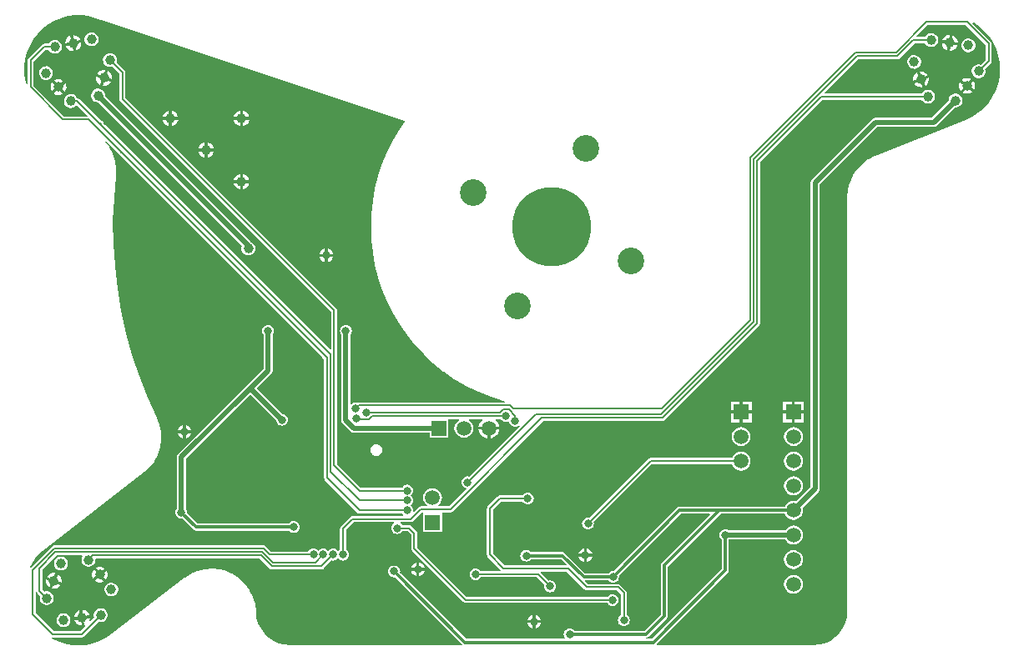
<source format=gbl>
G04 Layer_Physical_Order=2*
G04 Layer_Color=16711680*
%FSLAX44Y44*%
%MOMM*%
G71*
G01*
G75*
%ADD24C,0.2000*%
%ADD26C,0.5000*%
%ADD28C,0.3000*%
%ADD29C,8.0000*%
%ADD30C,2.7000*%
%ADD31C,1.0000*%
%ADD32C,1.5000*%
%ADD33R,1.5000X1.5000*%
%ADD34R,1.5000X1.5000*%
%ADD35C,0.8000*%
G36*
X100882Y505793D02*
X100924Y505579D01*
X101587Y504587D01*
X102579Y503924D01*
X102793Y503882D01*
X309941Y296733D01*
Y175858D01*
X309941Y175858D01*
X310174Y174687D01*
X310837Y173695D01*
X343695Y140837D01*
X343695Y140837D01*
X344687Y140174D01*
X345858Y139941D01*
X388784D01*
X389721Y138721D01*
X390258Y138309D01*
X389918Y137309D01*
X338750D01*
X337579Y137076D01*
X336587Y136413D01*
X336587Y136413D01*
X326837Y126663D01*
X326174Y125671D01*
X325941Y124500D01*
X325941Y124500D01*
Y103216D01*
X324721Y102279D01*
X324500Y101992D01*
X323500D01*
X323279Y102279D01*
X322026Y103241D01*
X320566Y103846D01*
X319000Y104052D01*
X317434Y103846D01*
X315974Y103241D01*
X314721Y102279D01*
X314500Y101992D01*
X313500D01*
X313279Y102279D01*
X312026Y103241D01*
X310566Y103846D01*
X309000Y104052D01*
X307434Y103846D01*
X305974Y103241D01*
X304721Y102279D01*
X304500Y101992D01*
X303500D01*
X303279Y102279D01*
X302026Y103241D01*
X300566Y103846D01*
X299000Y104052D01*
X297434Y103846D01*
X295974Y103241D01*
X294721Y102279D01*
X293784Y101059D01*
X256217D01*
X250935Y106341D01*
X249942Y107004D01*
X248772Y107237D01*
X248772Y107237D01*
X35907D01*
X35907Y107237D01*
X34737Y107004D01*
X33744Y106341D01*
X33744Y106341D01*
X12561Y85157D01*
X11736Y85747D01*
X13040Y88405D01*
X17025Y94398D01*
X21759Y99820D01*
X27282Y104685D01*
X127235Y181733D01*
X127376Y181894D01*
X127560Y182005D01*
X132585Y186613D01*
X132837Y186957D01*
X133159Y187236D01*
X137329Y192631D01*
X137519Y193012D01*
X137788Y193342D01*
X140981Y199366D01*
X141103Y199774D01*
X141313Y200145D01*
X143436Y206624D01*
X143488Y207047D01*
X143631Y207449D01*
X144623Y214194D01*
X144602Y214620D01*
X144675Y215039D01*
X144508Y221855D01*
X144414Y222271D01*
X144415Y222697D01*
X143092Y229386D01*
X142930Y229780D01*
X142858Y230200D01*
X140419Y236566D01*
X140339Y236693D01*
X140305Y236839D01*
X130780Y257864D01*
X122399Y279231D01*
X115130Y301003D01*
X108994Y323120D01*
X104006Y345525D01*
X100180Y368157D01*
X97525Y390956D01*
X96050Y413862D01*
X95758Y436813D01*
X96650Y459748D01*
X98734Y482735D01*
X98718Y482884D01*
X98752Y483030D01*
X98963Y489845D01*
X98892Y490265D01*
X98917Y490691D01*
X97967Y497442D01*
X97826Y497844D01*
X97778Y498268D01*
X95695Y504760D01*
X95488Y505132D01*
X95369Y505541D01*
X92214Y511586D01*
X91946Y511917D01*
X91759Y512300D01*
X87894Y517366D01*
X88649Y518026D01*
X100882Y505793D01*
D02*
G37*
G36*
X71187Y645022D02*
X78307Y643156D01*
X391509Y538755D01*
X391825Y537806D01*
X386631Y530325D01*
X386601Y530257D01*
X386552Y530202D01*
X379936Y519052D01*
X379912Y518983D01*
X379866Y518924D01*
X374063Y507331D01*
X374043Y507259D01*
X374002Y507198D01*
X369041Y495220D01*
X369026Y495148D01*
X368990Y495084D01*
X364896Y482782D01*
X364886Y482709D01*
X364855Y482642D01*
X361648Y470080D01*
X361644Y470006D01*
X361617Y469938D01*
X359315Y457178D01*
X359317Y457105D01*
X359295Y457034D01*
X357909Y444143D01*
X357915Y444070D01*
X357898Y443998D01*
X357435Y431041D01*
X357447Y430968D01*
X357435Y430896D01*
X357898Y417939D01*
X357915Y417867D01*
X357909Y417794D01*
X359295Y404903D01*
X359317Y404832D01*
X359315Y404758D01*
X361617Y391999D01*
X361644Y391931D01*
X361648Y391857D01*
X364855Y379295D01*
X364886Y379228D01*
X364896Y379155D01*
X368990Y366853D01*
X369026Y366789D01*
X369041Y366717D01*
X374002Y354739D01*
X374043Y354677D01*
X374063Y354606D01*
X379866Y343012D01*
X379911Y342954D01*
X379936Y342885D01*
X386552Y331734D01*
X386601Y331680D01*
X386631Y331612D01*
X394025Y320962D01*
X394078Y320911D01*
X394112Y320846D01*
X402247Y310750D01*
X402304Y310703D01*
X402343Y310640D01*
X411177Y301151D01*
X411237Y301108D01*
X411280Y301048D01*
X420770Y292214D01*
X420832Y292175D01*
X420880Y292118D01*
X430975Y283983D01*
X431040Y283949D01*
X431091Y283896D01*
X441741Y276501D01*
X441809Y276472D01*
X441864Y276423D01*
X453014Y269807D01*
X453083Y269783D01*
X453142Y269737D01*
X464735Y263934D01*
X464807Y263914D01*
X464868Y263873D01*
X476846Y258912D01*
X476918Y258897D01*
X476982Y258861D01*
X489284Y254767D01*
X489357Y254757D01*
X489424Y254725D01*
X493509Y253683D01*
X493384Y252691D01*
X344882D01*
X344882Y252691D01*
X343711Y252458D01*
X343456Y252288D01*
X343316Y252346D01*
X341750Y252552D01*
X340184Y252346D01*
X338724Y251741D01*
X337588Y250869D01*
X336588Y251098D01*
Y321623D01*
X337241Y322474D01*
X337846Y323934D01*
X338052Y325500D01*
X337846Y327066D01*
X337241Y328526D01*
X336279Y329779D01*
X335026Y330741D01*
X333566Y331346D01*
X332000Y331552D01*
X330434Y331346D01*
X328974Y330741D01*
X327721Y329779D01*
X326759Y328526D01*
X326154Y327066D01*
X325948Y325500D01*
X326154Y323934D01*
X326759Y322474D01*
X327412Y321623D01*
Y234804D01*
X327761Y233049D01*
X328756Y231560D01*
X337060Y223256D01*
X338549Y222261D01*
X340304Y221912D01*
X416700D01*
Y217000D01*
X435700D01*
Y235723D01*
X446625D01*
X446697Y235363D01*
X446710Y234722D01*
X444825Y233275D01*
X443302Y231291D01*
X442345Y228980D01*
X442018Y226500D01*
X442345Y224020D01*
X443302Y221709D01*
X444825Y219725D01*
X446809Y218202D01*
X449120Y217244D01*
X451600Y216918D01*
X454080Y217244D01*
X456391Y218202D01*
X458376Y219725D01*
X459898Y221709D01*
X460855Y224020D01*
X461182Y226500D01*
X460855Y228980D01*
X459898Y231291D01*
X458376Y233275D01*
X456490Y234722D01*
X456503Y235363D01*
X456575Y235723D01*
X470128D01*
X470468Y234722D01*
X469511Y233989D01*
X467828Y231795D01*
X466770Y229241D01*
X466607Y228000D01*
X487393D01*
X487230Y229241D01*
X486172Y231795D01*
X484489Y233989D01*
X483532Y234722D01*
X483872Y235723D01*
X489086D01*
X490022Y234502D01*
X491276Y233540D01*
X492735Y232936D01*
X494302Y232729D01*
X495868Y232936D01*
X496833Y233336D01*
X497910Y232817D01*
X497957Y232465D01*
X498561Y231005D01*
X499523Y229752D01*
X500776Y228790D01*
X502236Y228186D01*
X503802Y227979D01*
X505368Y228186D01*
X506828Y228790D01*
X507783Y229523D01*
X508444Y228769D01*
X457025Y177351D01*
X455500Y177552D01*
X453934Y177346D01*
X452474Y176741D01*
X451221Y175779D01*
X450259Y174526D01*
X449655Y173066D01*
X449448Y171500D01*
X449655Y169934D01*
X450259Y168474D01*
X451221Y167221D01*
X452474Y166259D01*
X453849Y165690D01*
X454182Y164989D01*
X454278Y164704D01*
X436632Y147059D01*
X425596D01*
X425256Y148059D01*
X426775Y149225D01*
X428298Y151209D01*
X429255Y153520D01*
X429582Y156000D01*
X429255Y158480D01*
X428298Y160791D01*
X426775Y162775D01*
X424791Y164298D01*
X422480Y165255D01*
X420000Y165582D01*
X417520Y165255D01*
X415209Y164298D01*
X413224Y162775D01*
X411702Y160791D01*
X410745Y158480D01*
X410418Y156000D01*
X410745Y153520D01*
X411702Y151209D01*
X413224Y149225D01*
X414744Y148059D01*
X414404Y147059D01*
X407750D01*
X406580Y146826D01*
X405587Y146163D01*
X405587Y146163D01*
X400854Y141429D01*
X399907Y141896D01*
X400052Y143000D01*
X399846Y144566D01*
X399241Y146026D01*
X398279Y147279D01*
X397992Y147500D01*
Y148500D01*
X398279Y148721D01*
X399241Y149974D01*
X399846Y151434D01*
X400052Y153000D01*
X399846Y154566D01*
X399241Y156026D01*
X398279Y157279D01*
X397992Y157500D01*
Y158500D01*
X398279Y158721D01*
X399241Y159974D01*
X399846Y161434D01*
X400052Y163000D01*
X399846Y164566D01*
X399241Y166026D01*
X398279Y167279D01*
X397026Y168241D01*
X395566Y168846D01*
X394000Y169052D01*
X392434Y168846D01*
X390974Y168241D01*
X389721Y167279D01*
X388784Y166059D01*
X347125D01*
X323059Y190125D01*
Y346000D01*
X323059Y346000D01*
X322826Y347170D01*
X322163Y348163D01*
X322163Y348163D01*
X108201Y562125D01*
Y587879D01*
X108201Y587879D01*
X107968Y589050D01*
X107305Y590042D01*
X107305Y590042D01*
X99269Y598079D01*
X99312Y598168D01*
X99663Y599977D01*
X99534Y601816D01*
X98933Y603558D01*
X97902Y605086D01*
X96511Y606295D01*
X94854Y607102D01*
X93045Y607453D01*
X91206Y607324D01*
X89463Y606724D01*
X87936Y605692D01*
X86727Y604301D01*
X85919Y602644D01*
X85568Y600835D01*
X85697Y598996D01*
X86298Y597254D01*
X87329Y595726D01*
X88720Y594517D01*
X90377Y593710D01*
X92187Y593359D01*
X94025Y593488D01*
X94905Y593791D01*
X102083Y586612D01*
Y560858D01*
X102083Y560858D01*
X102316Y559687D01*
X102979Y558695D01*
X316941Y344733D01*
Y306762D01*
X316017Y306380D01*
X86431Y535966D01*
X86469Y536161D01*
X86236Y537331D01*
X85574Y538323D01*
X84581Y538987D01*
X83411Y539219D01*
X83177D01*
X61519Y560877D01*
X60527Y561541D01*
X59356Y561773D01*
X59356Y561773D01*
X59328D01*
X59293Y561874D01*
X58260Y563400D01*
X56867Y564608D01*
X55210Y565413D01*
X53400Y565762D01*
X51561Y565631D01*
X49820Y565029D01*
X48293Y563996D01*
X47086Y562603D01*
X46280Y560946D01*
X45931Y559136D01*
X46062Y557297D01*
X46665Y555555D01*
X47698Y554029D01*
X49090Y552822D01*
X50748Y552016D01*
X52558Y551667D01*
X54396Y551798D01*
X56138Y552401D01*
X57665Y553433D01*
X58237Y554094D01*
X59603Y554142D01*
X69684Y544062D01*
X69301Y543138D01*
X46188D01*
X15059Y574267D01*
Y598733D01*
X27144Y610818D01*
X30326D01*
X30360Y610719D01*
X31392Y609192D01*
X32785Y607985D01*
X34442Y607179D01*
X36252Y606829D01*
X38091Y606960D01*
X39833Y607562D01*
X41359Y608595D01*
X42567Y609987D01*
X43373Y611645D01*
X43723Y613454D01*
X43592Y615293D01*
X42990Y617035D01*
X41957Y618562D01*
X40565Y619769D01*
X38907Y620575D01*
X37097Y620925D01*
X35259Y620794D01*
X33517Y620192D01*
X31990Y619159D01*
X30783Y617767D01*
X30378Y616936D01*
X25877D01*
X25877Y616936D01*
X24706Y616703D01*
X23714Y616040D01*
X9837Y602163D01*
X9174Y601171D01*
X8941Y600000D01*
X8941Y600000D01*
Y576105D01*
X7941Y575970D01*
X6846Y579969D01*
X5867Y587100D01*
X5828Y594296D01*
X6728Y601437D01*
X8553Y608399D01*
X11270Y615063D01*
X14834Y621316D01*
X19184Y627050D01*
X24245Y632167D01*
X29931Y636579D01*
X36144Y640212D01*
X42778Y643003D01*
X49720Y644904D01*
X56850Y645882D01*
X64047Y645922D01*
X71187Y645022D01*
D02*
G37*
G36*
X968839Y638311D02*
X974774Y634239D01*
X980127Y629428D01*
X984806Y623960D01*
X988731Y617927D01*
X991836Y611434D01*
X994066Y604591D01*
X995384Y597516D01*
X995767Y590329D01*
X995209Y583154D01*
X993718Y576113D01*
X991322Y569326D01*
X988060Y562910D01*
X983989Y556976D01*
X979178Y551623D01*
X973710Y546944D01*
X967678Y543019D01*
X961037Y539844D01*
X869049Y503049D01*
X868870Y502932D01*
X868664Y502875D01*
X862594Y499826D01*
X862259Y499565D01*
X861874Y499384D01*
X856407Y495352D01*
X856122Y495038D01*
X855773Y494795D01*
X851068Y489895D01*
X850839Y489537D01*
X850537Y489239D01*
X846728Y483614D01*
X846563Y483222D01*
X846316Y482877D01*
X843515Y476688D01*
X843418Y476275D01*
X843233Y475893D01*
X841519Y469319D01*
X841494Y468895D01*
X841376Y468488D01*
X840799Y461718D01*
X840823Y461506D01*
X840781Y461297D01*
Y41217D01*
X840231Y34920D01*
X838651Y29025D01*
X836072Y23494D01*
X832571Y18494D01*
X828256Y14179D01*
X823256Y10678D01*
X817725Y8099D01*
X811830Y6519D01*
X805533Y5968D01*
X647429D01*
X647015Y6968D01*
X719523Y79477D01*
X720297Y80634D01*
X720569Y82000D01*
Y113175D01*
X720877Y113412D01*
X777618D01*
X777702Y113209D01*
X779225Y111224D01*
X781209Y109702D01*
X783520Y108744D01*
X786000Y108418D01*
X788480Y108744D01*
X790791Y109702D01*
X792775Y111224D01*
X794298Y113209D01*
X795256Y115520D01*
X795582Y118000D01*
X795256Y120480D01*
X794298Y122791D01*
X792775Y124775D01*
X790791Y126298D01*
X788480Y127255D01*
X786000Y127582D01*
X783520Y127255D01*
X781209Y126298D01*
X779225Y124775D01*
X777702Y122791D01*
X777618Y122588D01*
X720877D01*
X720026Y123241D01*
X718566Y123846D01*
X717000Y124052D01*
X715434Y123846D01*
X713974Y123241D01*
X712721Y122279D01*
X711759Y121026D01*
X711154Y119566D01*
X710948Y118000D01*
X711154Y116434D01*
X711759Y114974D01*
X712721Y113721D01*
X713431Y113175D01*
Y83478D01*
X642522Y12569D01*
X636788D01*
X636689Y13569D01*
X637366Y13703D01*
X638523Y14477D01*
X657523Y33477D01*
X658297Y34634D01*
X658569Y36000D01*
Y85522D01*
X712478Y139431D01*
X777195D01*
X777702Y138209D01*
X779225Y136224D01*
X781209Y134702D01*
X783520Y133744D01*
X786000Y133418D01*
X788480Y133744D01*
X790791Y134702D01*
X792775Y136224D01*
X794298Y138209D01*
X795256Y140520D01*
X795582Y143000D01*
X795256Y145480D01*
X795171Y145683D01*
X811244Y161756D01*
X812239Y163244D01*
X812588Y165000D01*
Y474100D01*
X870900Y532412D01*
X928181D01*
X929937Y532761D01*
X931425Y533756D01*
X949900Y552231D01*
X951241Y552214D01*
X953027Y552669D01*
X954634Y553571D01*
X955954Y554858D01*
X956895Y556443D01*
X957394Y558217D01*
X957417Y560060D01*
X956962Y561846D01*
X956060Y563454D01*
X954773Y564773D01*
X953188Y565714D01*
X951413Y566213D01*
X949570Y566236D01*
X947785Y565781D01*
X946177Y564879D01*
X944858Y563592D01*
X943917Y562007D01*
X943418Y560233D01*
X943399Y558707D01*
X926280Y541588D01*
X869000D01*
X867244Y541239D01*
X865756Y540244D01*
X804756Y479244D01*
X803761Y477756D01*
X803412Y476000D01*
Y166901D01*
X788683Y152171D01*
X788480Y152255D01*
X786000Y152582D01*
X783520Y152255D01*
X781209Y151298D01*
X779225Y149775D01*
X777702Y147791D01*
X777195Y146569D01*
X670500D01*
X669134Y146297D01*
X667977Y145523D01*
X603888Y81435D01*
X603000Y81552D01*
X601434Y81346D01*
X599974Y80741D01*
X598721Y79779D01*
X598176Y79068D01*
X574978D01*
X554523Y99523D01*
X553366Y100297D01*
X552000Y100569D01*
X519825D01*
X519279Y101279D01*
X518026Y102241D01*
X516566Y102845D01*
X515000Y103052D01*
X513434Y102845D01*
X511974Y102241D01*
X510721Y101279D01*
X509759Y100026D01*
X509155Y98566D01*
X508948Y97000D01*
X509155Y95434D01*
X509759Y93974D01*
X510721Y92721D01*
X511974Y91759D01*
X513434Y91154D01*
X515000Y90948D01*
X516566Y91154D01*
X518026Y91759D01*
X519279Y92721D01*
X519825Y93431D01*
X550522D01*
X555971Y87983D01*
X555588Y87059D01*
X493267D01*
X481059Y99267D01*
Y143733D01*
X489267Y151941D01*
X511284D01*
X512221Y150721D01*
X513474Y149759D01*
X514934Y149154D01*
X516500Y148948D01*
X518066Y149154D01*
X519526Y149759D01*
X520779Y150721D01*
X521741Y151974D01*
X522346Y153434D01*
X522552Y155000D01*
X522346Y156566D01*
X521741Y158026D01*
X520779Y159279D01*
X519526Y160241D01*
X518066Y160846D01*
X516500Y161052D01*
X514934Y160846D01*
X513474Y160241D01*
X512221Y159279D01*
X511284Y158059D01*
X488000D01*
X486829Y157826D01*
X485837Y157163D01*
X485837Y157163D01*
X475837Y147163D01*
X475174Y146171D01*
X474941Y145000D01*
X474941Y145000D01*
Y98000D01*
X474941Y98000D01*
X475174Y96829D01*
X475837Y95837D01*
X489366Y82309D01*
X488951Y81309D01*
X468716D01*
X467779Y82529D01*
X466526Y83491D01*
X465066Y84095D01*
X463500Y84302D01*
X461934Y84095D01*
X460474Y83491D01*
X459221Y82529D01*
X458259Y81276D01*
X457654Y79816D01*
X457448Y78250D01*
X457654Y76684D01*
X458259Y75224D01*
X459221Y73971D01*
X460474Y73009D01*
X461934Y72404D01*
X463500Y72198D01*
X465066Y72404D01*
X466526Y73009D01*
X467779Y73971D01*
X468716Y75191D01*
X525483D01*
X533399Y67275D01*
X533198Y65750D01*
X533404Y64184D01*
X534009Y62724D01*
X534971Y61471D01*
X536224Y60509D01*
X537684Y59904D01*
X539250Y59698D01*
X540816Y59904D01*
X542276Y60509D01*
X543529Y61471D01*
X544491Y62724D01*
X545096Y64184D01*
X545302Y65750D01*
X545096Y67316D01*
X544491Y68776D01*
X543529Y70029D01*
X542276Y70991D01*
X540816Y71596D01*
X539250Y71802D01*
X537725Y71601D01*
X529384Y79941D01*
X529799Y80941D01*
X555983D01*
X574087Y62837D01*
X574087Y62837D01*
X575079Y62174D01*
X576250Y61941D01*
X576250Y61941D01*
X606983D01*
X610941Y57983D01*
Y36466D01*
X609721Y35529D01*
X608759Y34276D01*
X608154Y32816D01*
X607948Y31250D01*
X608154Y29684D01*
X608759Y28224D01*
X609721Y26971D01*
X610974Y26009D01*
X612434Y25404D01*
X614000Y25198D01*
X615566Y25404D01*
X617026Y26009D01*
X618279Y26971D01*
X619241Y28224D01*
X619846Y29684D01*
X620052Y31250D01*
X619846Y32816D01*
X619241Y34276D01*
X618279Y35529D01*
X617059Y36466D01*
Y59250D01*
X617059Y59250D01*
X616826Y60420D01*
X616163Y61413D01*
X610413Y67163D01*
X609421Y67826D01*
X608250Y68059D01*
X608250Y68059D01*
X577517D01*
X574568Y71007D01*
X574951Y71931D01*
X598176D01*
X598721Y71221D01*
X599974Y70259D01*
X601434Y69654D01*
X603000Y69448D01*
X604566Y69654D01*
X606026Y70259D01*
X607279Y71221D01*
X608241Y72474D01*
X608846Y73934D01*
X609052Y75500D01*
X608935Y76388D01*
X671978Y139431D01*
X701078D01*
X701461Y138507D01*
X652477Y89523D01*
X651703Y88366D01*
X651431Y87000D01*
Y37478D01*
X634522Y20569D01*
X563825D01*
X563279Y21279D01*
X562026Y22241D01*
X560566Y22845D01*
X559000Y23052D01*
X557434Y22845D01*
X555974Y22241D01*
X554721Y21279D01*
X553759Y20026D01*
X553154Y18566D01*
X552948Y17000D01*
X553154Y15434D01*
X553759Y13974D01*
X554070Y13569D01*
X553577Y12569D01*
X454478D01*
X386935Y80112D01*
X387052Y81000D01*
X386846Y82566D01*
X386241Y84026D01*
X385279Y85279D01*
X384026Y86241D01*
X382566Y86846D01*
X381000Y87052D01*
X379434Y86846D01*
X377974Y86241D01*
X376721Y85279D01*
X375759Y84026D01*
X375154Y82566D01*
X374948Y81000D01*
X375154Y79434D01*
X375759Y77974D01*
X376721Y76721D01*
X377974Y75759D01*
X379434Y75154D01*
X381000Y74948D01*
X381888Y75065D01*
X449985Y6968D01*
X449571Y5968D01*
X275933D01*
X269745Y6500D01*
X263946Y8026D01*
X258492Y10518D01*
X253543Y13905D01*
X249245Y18087D01*
X245723Y22941D01*
X243082Y28324D01*
X241397Y34079D01*
X240672Y40462D01*
X240672Y40462D01*
X239916Y47175D01*
X239788Y47578D01*
X239752Y47999D01*
X237875Y54494D01*
X237680Y54869D01*
X237574Y55279D01*
X234630Y61365D01*
X234375Y61702D01*
X234201Y62087D01*
X230274Y67591D01*
X229966Y67880D01*
X229730Y68231D01*
X224932Y72994D01*
X224580Y73228D01*
X224288Y73534D01*
X218756Y77421D01*
X218370Y77592D01*
X218031Y77844D01*
X211923Y80744D01*
X211513Y80847D01*
X211136Y81039D01*
X204628Y82869D01*
X204207Y82901D01*
X203803Y83027D01*
X197079Y83734D01*
X196658Y83696D01*
X196239Y83751D01*
X189492Y83316D01*
X189084Y83207D01*
X188661Y83192D01*
X182084Y81626D01*
X181700Y81450D01*
X181286Y81364D01*
X175067Y78713D01*
X174718Y78475D01*
X174324Y78320D01*
X168640Y74659D01*
X168487Y74511D01*
X168296Y74417D01*
X94476Y17514D01*
X88365Y13411D01*
X81917Y10214D01*
X75107Y7885D01*
X68052Y6466D01*
X60871Y5979D01*
X53689Y6434D01*
X46627Y7823D01*
X39806Y10121D01*
X33635Y13147D01*
X33959Y14103D01*
X34770Y13941D01*
X63676D01*
X63676Y13941D01*
X64847Y14174D01*
X65839Y14837D01*
X80892Y29890D01*
X82290Y29519D01*
X84134Y29523D01*
X85913Y30004D01*
X87507Y30929D01*
X88808Y32235D01*
X89726Y33833D01*
X90199Y35614D01*
X90195Y37457D01*
X89714Y39237D01*
X88789Y40831D01*
X87483Y42132D01*
X85885Y43050D01*
X84104Y43523D01*
X82261Y43519D01*
X80481Y43038D01*
X78887Y42113D01*
X77587Y40807D01*
X76668Y39209D01*
X76195Y37428D01*
X76199Y35584D01*
X76568Y34218D01*
X72575Y30225D01*
X71774Y30838D01*
X71826Y30929D01*
X72367Y32965D01*
X72366Y33558D01*
X66051Y32713D01*
X66896Y26398D01*
X67469Y26553D01*
X67517Y26581D01*
X68131Y25781D01*
X62409Y20059D01*
X36037D01*
X17059Y39037D01*
Y60438D01*
X18059Y60537D01*
X18174Y59957D01*
X18837Y58965D01*
X21699Y56104D01*
X21327Y54704D01*
X21331Y52861D01*
X21812Y51082D01*
X22738Y49488D01*
X24044Y48188D01*
X25642Y47270D01*
X27423Y46797D01*
X29267Y46801D01*
X31046Y47282D01*
X32640Y48207D01*
X33940Y49513D01*
X34858Y51111D01*
X35331Y52893D01*
X35327Y54736D01*
X34846Y56515D01*
X33921Y58109D01*
X32615Y59410D01*
X31016Y60328D01*
X29235Y60801D01*
X27392Y60797D01*
X26026Y60427D01*
X24059Y62395D01*
Y83054D01*
X38624Y97619D01*
X64451D01*
X64915Y96619D01*
X64195Y95365D01*
X63722Y93584D01*
X63726Y91741D01*
X64207Y89962D01*
X65132Y88367D01*
X66439Y87067D01*
X68037Y86149D01*
X69818Y85676D01*
X71661Y85680D01*
X73441Y86161D01*
X75035Y87086D01*
X76335Y88392D01*
X77253Y89991D01*
X77726Y91772D01*
X77723Y93119D01*
X78513Y94119D01*
X244605D01*
X254637Y84087D01*
X255630Y83424D01*
X256800Y83191D01*
X257525Y83335D01*
X258250Y83191D01*
X307250D01*
X307250Y83191D01*
X308421Y83424D01*
X309413Y84087D01*
X317475Y92149D01*
X319000Y91948D01*
X320566Y92155D01*
X322026Y92759D01*
X323279Y93721D01*
X323500Y94009D01*
X324500D01*
X324721Y93721D01*
X325974Y92759D01*
X327434Y92155D01*
X329000Y91948D01*
X330566Y92155D01*
X332026Y92759D01*
X333279Y93721D01*
X334241Y94974D01*
X334846Y96434D01*
X335052Y98000D01*
X334846Y99566D01*
X334241Y101026D01*
X333279Y102279D01*
X332059Y103216D01*
Y123233D01*
X340017Y131191D01*
X380373D01*
X380914Y130298D01*
X380909Y130191D01*
X379721Y129279D01*
X378759Y128026D01*
X378154Y126566D01*
X377948Y125000D01*
X378154Y123434D01*
X378759Y121974D01*
X379721Y120721D01*
X380974Y119759D01*
X382434Y119154D01*
X384000Y118948D01*
X385566Y119154D01*
X387026Y119759D01*
X388279Y120721D01*
X389216Y121941D01*
X394733D01*
X398191Y118483D01*
Y104250D01*
X398191Y104250D01*
X398424Y103079D01*
X399087Y102087D01*
X451337Y49837D01*
X452329Y49174D01*
X453500Y48941D01*
X453500Y48941D01*
X597034D01*
X597971Y47721D01*
X599224Y46759D01*
X600684Y46154D01*
X602250Y45948D01*
X603816Y46154D01*
X605276Y46759D01*
X606529Y47721D01*
X607491Y48974D01*
X608096Y50434D01*
X608302Y52000D01*
X608096Y53566D01*
X607491Y55026D01*
X606529Y56279D01*
X605276Y57241D01*
X603816Y57846D01*
X602250Y58052D01*
X600684Y57846D01*
X599224Y57241D01*
X597971Y56279D01*
X597034Y55059D01*
X454767D01*
X404309Y105517D01*
Y119750D01*
X404309Y119750D01*
X404076Y120920D01*
X403413Y121913D01*
X403413Y121913D01*
X398163Y127163D01*
X397171Y127826D01*
X396000Y128059D01*
X396000Y128059D01*
X389216D01*
X388279Y129279D01*
X387091Y130191D01*
X387086Y130298D01*
X387627Y131191D01*
X398000D01*
X398000Y131191D01*
X399171Y131424D01*
X400163Y132087D01*
X409017Y140941D01*
X410117D01*
X410500Y140100D01*
X410500Y139941D01*
Y121100D01*
X429500D01*
Y139941D01*
X429500Y140100D01*
X429883Y140941D01*
X437899D01*
X437900Y140941D01*
X439070Y141174D01*
X440062Y141837D01*
X532166Y233941D01*
X653000D01*
X653000Y233941D01*
X654171Y234174D01*
X655163Y234837D01*
X751163Y330837D01*
X751163Y330837D01*
X751826Y331829D01*
X752059Y333000D01*
Y496783D01*
X815460Y560185D01*
X916208D01*
X916866Y559013D01*
X918153Y557694D01*
X919738Y556754D01*
X921513Y556255D01*
X923356Y556233D01*
X925142Y556689D01*
X926749Y557591D01*
X928068Y558879D01*
X929008Y560464D01*
X929507Y562238D01*
X929529Y564081D01*
X929073Y565867D01*
X928171Y567474D01*
X926883Y568793D01*
X925298Y569734D01*
X923524Y570232D01*
X921681Y570254D01*
X919895Y569799D01*
X918288Y568896D01*
X916969Y567609D01*
X916194Y566302D01*
X817935D01*
X817552Y567226D01*
X851767Y601441D01*
X891450D01*
X891450Y601441D01*
X892620Y601674D01*
X893613Y602337D01*
X908888Y617613D01*
X919518D01*
X920175Y616442D01*
X921462Y615123D01*
X923047Y614182D01*
X924822Y613683D01*
X926665Y613661D01*
X928451Y614116D01*
X930058Y615018D01*
X931377Y616305D01*
X932318Y617890D01*
X932817Y619664D01*
X932840Y621507D01*
X932384Y623293D01*
X931482Y624901D01*
X930195Y626220D01*
X928610Y627161D01*
X926836Y627660D01*
X924993Y627682D01*
X923207Y627227D01*
X921599Y626325D01*
X920280Y625038D01*
X919504Y623730D01*
X911363D01*
X910980Y624654D01*
X922267Y635941D01*
X960733D01*
X980941Y615733D01*
Y600444D01*
X976208Y595710D01*
X974916Y596073D01*
X973073Y596096D01*
X971287Y595641D01*
X969680Y594739D01*
X968360Y593452D01*
X967419Y591867D01*
X966920Y590093D01*
X966898Y588250D01*
X967353Y586464D01*
X968254Y584856D01*
X969542Y583537D01*
X971126Y582596D01*
X972901Y582097D01*
X974744Y582074D01*
X976530Y582529D01*
X978137Y583431D01*
X979456Y584718D01*
X980398Y586303D01*
X980897Y588077D01*
X980919Y589920D01*
X980544Y591395D01*
X986163Y597014D01*
X986826Y598006D01*
X987059Y599177D01*
X987059Y599177D01*
Y617000D01*
X987059Y617000D01*
X986826Y618171D01*
X986163Y619163D01*
X986163Y619163D01*
X967383Y637943D01*
X967970Y638752D01*
X968839Y638311D01*
D02*
G37*
%LPC*%
G36*
X786000Y227582D02*
X783520Y227255D01*
X781209Y226298D01*
X779225Y224775D01*
X777702Y222791D01*
X776745Y220480D01*
X776418Y218000D01*
X776745Y215520D01*
X777702Y213209D01*
X779225Y211224D01*
X781209Y209702D01*
X783520Y208745D01*
X786000Y208418D01*
X788480Y208745D01*
X790791Y209702D01*
X792775Y211224D01*
X794298Y213209D01*
X795256Y215520D01*
X795582Y218000D01*
X795256Y220480D01*
X794298Y222791D01*
X792775Y224775D01*
X790791Y226298D01*
X788480Y227255D01*
X786000Y227582D01*
D02*
G37*
G36*
X733000D02*
X730520Y227255D01*
X728209Y226298D01*
X726225Y224775D01*
X724702Y222791D01*
X723745Y220480D01*
X723418Y218000D01*
X723745Y215520D01*
X724702Y213209D01*
X726225Y211224D01*
X728209Y209702D01*
X730520Y208745D01*
X733000Y208418D01*
X735480Y208745D01*
X737791Y209702D01*
X739775Y211224D01*
X741298Y213209D01*
X742255Y215520D01*
X742582Y218000D01*
X742255Y220480D01*
X741298Y222791D01*
X739775Y224775D01*
X737791Y226298D01*
X735480Y227255D01*
X733000Y227582D01*
D02*
G37*
G36*
X475500Y225000D02*
X466607D01*
X466770Y223759D01*
X467828Y221205D01*
X469511Y219011D01*
X471705Y217328D01*
X474259Y216270D01*
X475500Y216107D01*
Y225000D01*
D02*
G37*
G36*
X487393D02*
X478500D01*
Y216107D01*
X479741Y216270D01*
X482295Y217328D01*
X484489Y219011D01*
X486172Y221205D01*
X487230Y223759D01*
X487393Y225000D01*
D02*
G37*
G36*
X362750Y210302D02*
X361184Y210096D01*
X359724Y209491D01*
X358471Y208529D01*
X357509Y207276D01*
X356904Y205816D01*
X356698Y204250D01*
X356904Y202684D01*
X357509Y201224D01*
X358471Y199971D01*
X359724Y199009D01*
X361184Y198405D01*
X362750Y198198D01*
X364316Y198405D01*
X365776Y199009D01*
X367029Y199971D01*
X367991Y201224D01*
X368596Y202684D01*
X368802Y204250D01*
X368596Y205816D01*
X367991Y207276D01*
X367029Y208529D01*
X365776Y209491D01*
X364316Y210096D01*
X362750Y210302D01*
D02*
G37*
G36*
X576500Y104363D02*
Y99000D01*
X581863D01*
X581820Y99327D01*
X581115Y101030D01*
X579992Y102492D01*
X578530Y103614D01*
X576827Y104320D01*
X576500Y104363D01*
D02*
G37*
G36*
X573500D02*
X573173Y104320D01*
X571470Y103614D01*
X570008Y102492D01*
X568886Y101030D01*
X568180Y99327D01*
X568137Y99000D01*
X573500D01*
Y104363D01*
D02*
G37*
G36*
X581863Y96000D02*
X576500D01*
Y90637D01*
X576827Y90680D01*
X578530Y91385D01*
X579992Y92507D01*
X581115Y93970D01*
X581820Y95673D01*
X581863Y96000D01*
D02*
G37*
G36*
X733000Y202582D02*
X730520Y202255D01*
X728209Y201298D01*
X726225Y199775D01*
X724702Y197791D01*
X724088Y196309D01*
X641250D01*
X641250Y196309D01*
X640079Y196076D01*
X639087Y195413D01*
X579125Y135451D01*
X577600Y135652D01*
X576034Y135446D01*
X574574Y134841D01*
X573321Y133879D01*
X572359Y132626D01*
X571754Y131166D01*
X571548Y129600D01*
X571754Y128034D01*
X572359Y126574D01*
X573321Y125321D01*
X574574Y124359D01*
X576034Y123754D01*
X577600Y123548D01*
X579166Y123754D01*
X580626Y124359D01*
X581879Y125321D01*
X582841Y126574D01*
X583446Y128034D01*
X583652Y129600D01*
X583451Y131125D01*
X642517Y190191D01*
X723881D01*
X724702Y188209D01*
X726225Y186224D01*
X728209Y184702D01*
X730520Y183745D01*
X733000Y183418D01*
X735480Y183745D01*
X737791Y184702D01*
X739775Y186224D01*
X741298Y188209D01*
X742255Y190520D01*
X742582Y193000D01*
X742255Y195480D01*
X741298Y197791D01*
X739775Y199775D01*
X737791Y201298D01*
X735480Y202255D01*
X733000Y202582D01*
D02*
G37*
G36*
X786000D02*
X783520Y202255D01*
X781209Y201298D01*
X779225Y199775D01*
X777702Y197791D01*
X776745Y195480D01*
X776418Y193000D01*
X776745Y190520D01*
X777702Y188209D01*
X779225Y186224D01*
X781209Y184702D01*
X783520Y183745D01*
X786000Y183418D01*
X788480Y183745D01*
X790791Y184702D01*
X792775Y186224D01*
X794298Y188209D01*
X795256Y190520D01*
X795582Y193000D01*
X795256Y195480D01*
X794298Y197791D01*
X792775Y199775D01*
X790791Y201298D01*
X788480Y202255D01*
X786000Y202582D01*
D02*
G37*
G36*
Y177582D02*
X783520Y177255D01*
X781209Y176298D01*
X779225Y174775D01*
X777702Y172791D01*
X776745Y170480D01*
X776418Y168000D01*
X776745Y165520D01*
X777702Y163209D01*
X779225Y161224D01*
X781209Y159702D01*
X783520Y158744D01*
X786000Y158418D01*
X788480Y158744D01*
X790791Y159702D01*
X792775Y161224D01*
X794298Y163209D01*
X795256Y165520D01*
X795582Y168000D01*
X795256Y170480D01*
X794298Y172791D01*
X792775Y174775D01*
X790791Y176298D01*
X788480Y177255D01*
X786000Y177582D01*
D02*
G37*
G36*
X796500Y241500D02*
X787500D01*
Y232500D01*
X796500D01*
Y241500D01*
D02*
G37*
G36*
X784500D02*
X775500D01*
Y232500D01*
X784500D01*
Y241500D01*
D02*
G37*
G36*
X743500Y241500D02*
X734500D01*
Y232500D01*
X743500D01*
Y241500D01*
D02*
G37*
G36*
X731500Y253500D02*
X722500D01*
Y244500D01*
X731500D01*
Y253500D01*
D02*
G37*
G36*
X796500D02*
X787500D01*
Y244500D01*
X796500D01*
Y253500D01*
D02*
G37*
G36*
X784500D02*
X775500D01*
Y244500D01*
X784500D01*
Y253500D01*
D02*
G37*
G36*
X166500Y229863D02*
X166173Y229820D01*
X164470Y229114D01*
X163008Y227992D01*
X161886Y226530D01*
X161180Y224827D01*
X161137Y224500D01*
X166500D01*
Y229863D01*
D02*
G37*
G36*
X174863Y221500D02*
X169500D01*
Y216137D01*
X169827Y216180D01*
X171530Y216886D01*
X172992Y218008D01*
X174114Y219470D01*
X174820Y221173D01*
X174863Y221500D01*
D02*
G37*
G36*
X166500D02*
X161137D01*
X161180Y221173D01*
X161886Y219470D01*
X163008Y218008D01*
X164470Y216886D01*
X166173Y216180D01*
X166500Y216137D01*
Y221500D01*
D02*
G37*
G36*
X731500Y241500D02*
X722500D01*
Y232500D01*
X731500D01*
Y241500D01*
D02*
G37*
G36*
X253000Y331552D02*
X251434Y331346D01*
X249974Y330741D01*
X248721Y329779D01*
X247759Y328526D01*
X247154Y327066D01*
X246948Y325500D01*
X247154Y323934D01*
X247759Y322474D01*
X248412Y321623D01*
Y286901D01*
X231756Y270244D01*
X161756Y200244D01*
X160761Y198756D01*
X160412Y197000D01*
Y144877D01*
X159759Y144026D01*
X159154Y142566D01*
X158948Y141000D01*
X159154Y139434D01*
X159759Y137974D01*
X160721Y136721D01*
X161974Y135759D01*
X163434Y135154D01*
X165000Y134948D01*
X165888Y135065D01*
X177477Y123477D01*
X178634Y122703D01*
X180000Y122431D01*
X274175D01*
X274721Y121721D01*
X275974Y120759D01*
X277434Y120154D01*
X279000Y119948D01*
X280566Y120154D01*
X282026Y120759D01*
X283279Y121721D01*
X284241Y122974D01*
X284846Y124434D01*
X285052Y126000D01*
X284846Y127566D01*
X284241Y129026D01*
X283279Y130279D01*
X282026Y131241D01*
X280566Y131846D01*
X279000Y132052D01*
X277434Y131846D01*
X275974Y131241D01*
X274721Y130279D01*
X274175Y129569D01*
X181478D01*
X170935Y140112D01*
X171052Y141000D01*
X170846Y142566D01*
X170241Y144026D01*
X169588Y144877D01*
Y195100D01*
X235000Y260511D01*
X261014Y234497D01*
X261154Y233434D01*
X261759Y231974D01*
X262721Y230721D01*
X263974Y229759D01*
X265434Y229154D01*
X267000Y228948D01*
X268566Y229154D01*
X270026Y229759D01*
X271279Y230721D01*
X272241Y231974D01*
X272846Y233434D01*
X273052Y235000D01*
X272846Y236566D01*
X272241Y238026D01*
X271279Y239279D01*
X270026Y240241D01*
X268566Y240846D01*
X267503Y240986D01*
X241489Y267000D01*
X256244Y281756D01*
X257239Y283244D01*
X257588Y285000D01*
Y321623D01*
X258241Y322474D01*
X258846Y323934D01*
X259052Y325500D01*
X258846Y327066D01*
X258241Y328526D01*
X257279Y329779D01*
X256026Y330741D01*
X254566Y331346D01*
X253000Y331552D01*
D02*
G37*
G36*
X169500Y229863D02*
Y224500D01*
X174863D01*
X174820Y224827D01*
X174114Y226530D01*
X172992Y227992D01*
X171530Y229114D01*
X169827Y229820D01*
X169500Y229863D01*
D02*
G37*
G36*
X573500Y96000D02*
X568137D01*
X568180Y95673D01*
X568886Y93970D01*
X570008Y92507D01*
X571470Y91385D01*
X573173Y90680D01*
X573500Y90637D01*
Y96000D01*
D02*
G37*
G36*
X94830Y69584D02*
X92987Y69580D01*
X91208Y69099D01*
X89614Y68174D01*
X88314Y66868D01*
X87395Y65270D01*
X86922Y63488D01*
X86926Y61645D01*
X87408Y59866D01*
X88333Y58272D01*
X89639Y56971D01*
X91237Y56053D01*
X93019Y55580D01*
X94862Y55584D01*
X96641Y56066D01*
X98235Y56991D01*
X99535Y58297D01*
X100453Y59895D01*
X100927Y61676D01*
X100922Y63520D01*
X100441Y65299D01*
X99516Y66893D01*
X98210Y68193D01*
X96612Y69111D01*
X94830Y69584D01*
D02*
G37*
G36*
X65401Y42003D02*
X64808Y42002D01*
X65653Y35687D01*
X71968Y36532D01*
X71813Y37105D01*
X70756Y38927D01*
X69263Y40413D01*
X67437Y41462D01*
X65401Y42003D01*
D02*
G37*
G36*
X61834Y41604D02*
X61261Y41449D01*
X59439Y40392D01*
X57953Y38899D01*
X56904Y37073D01*
X56363Y35037D01*
X56364Y34444D01*
X62679Y35289D01*
X61834Y41604D01*
D02*
G37*
G36*
X27711Y72978D02*
X27558Y72404D01*
X27563Y70297D01*
X28113Y68264D01*
X29170Y66442D01*
X30663Y64956D01*
X31178Y64661D01*
X33603Y70553D01*
X27711Y72978D01*
D02*
G37*
G36*
X36377Y69411D02*
X33952Y63519D01*
X34525Y63366D01*
X36632Y63371D01*
X38665Y63921D01*
X40487Y64978D01*
X41973Y66471D01*
X42269Y66986D01*
X36377Y69411D01*
D02*
G37*
G36*
X786000Y77582D02*
X783520Y77255D01*
X781209Y76298D01*
X779225Y74775D01*
X777702Y72791D01*
X776745Y70480D01*
X776418Y68000D01*
X776745Y65520D01*
X777702Y63209D01*
X779225Y61224D01*
X781209Y59702D01*
X783520Y58745D01*
X786000Y58418D01*
X788480Y58745D01*
X790791Y59702D01*
X792775Y61224D01*
X794298Y63209D01*
X795256Y65520D01*
X795582Y68000D01*
X795256Y70480D01*
X794298Y72791D01*
X792775Y74775D01*
X790791Y76298D01*
X788480Y77255D01*
X786000Y77582D01*
D02*
G37*
G36*
X46439Y38483D02*
X44596Y38479D01*
X42817Y37998D01*
X41223Y37073D01*
X39922Y35767D01*
X39004Y34169D01*
X38531Y32387D01*
X38535Y30544D01*
X39016Y28765D01*
X39941Y27171D01*
X41247Y25870D01*
X42845Y24952D01*
X44626Y24479D01*
X46469Y24483D01*
X48249Y24964D01*
X49843Y25889D01*
X51143Y27195D01*
X52062Y28793D01*
X52535Y30574D01*
X52531Y32417D01*
X52050Y34197D01*
X51125Y35791D01*
X49819Y37091D01*
X48221Y38009D01*
X46439Y38483D01*
D02*
G37*
G36*
X529863Y28500D02*
X524500D01*
Y23137D01*
X524827Y23180D01*
X526530Y23886D01*
X527992Y25008D01*
X529114Y26470D01*
X529820Y28173D01*
X529863Y28500D01*
D02*
G37*
G36*
X521500D02*
X516137D01*
X516180Y28173D01*
X516885Y26470D01*
X518008Y25008D01*
X519470Y23886D01*
X521173Y23180D01*
X521500Y23137D01*
Y28500D01*
D02*
G37*
G36*
X524500Y36863D02*
Y31500D01*
X529863D01*
X529820Y31827D01*
X529114Y33530D01*
X527992Y34992D01*
X526530Y36114D01*
X524827Y36820D01*
X524500Y36863D01*
D02*
G37*
G36*
X521500D02*
X521173Y36820D01*
X519470Y36114D01*
X518008Y34992D01*
X516885Y33530D01*
X516180Y31827D01*
X516137Y31500D01*
X521500D01*
Y36863D01*
D02*
G37*
G36*
X63077Y32315D02*
X56762Y31470D01*
X56917Y30897D01*
X57974Y29075D01*
X59467Y27589D01*
X61293Y26539D01*
X63329Y25999D01*
X63922Y26000D01*
X63077Y32315D01*
D02*
G37*
G36*
X43698Y95941D02*
X41855Y95937D01*
X40075Y95456D01*
X38481Y94530D01*
X37181Y93224D01*
X36263Y91626D01*
X35790Y89845D01*
X35794Y88001D01*
X36275Y86222D01*
X37200Y84628D01*
X38507Y83328D01*
X40105Y82410D01*
X41886Y81937D01*
X43729Y81941D01*
X45509Y82422D01*
X47103Y83347D01*
X48403Y84653D01*
X49321Y86252D01*
X49794Y88033D01*
X49790Y89876D01*
X49309Y91655D01*
X48384Y93250D01*
X47077Y94550D01*
X45479Y95468D01*
X43698Y95941D01*
D02*
G37*
G36*
X83360Y85632D02*
X81253Y85628D01*
X79220Y85078D01*
X78706Y84780D01*
X82597Y79734D01*
X87643Y83624D01*
X87222Y84043D01*
X85396Y85092D01*
X83360Y85632D01*
D02*
G37*
G36*
X411863Y81500D02*
X406500D01*
Y76137D01*
X406827Y76180D01*
X408530Y76885D01*
X409992Y78007D01*
X411115Y79470D01*
X411820Y81173D01*
X411863Y81500D01*
D02*
G37*
G36*
X406500Y89863D02*
Y84500D01*
X411863D01*
X411820Y84827D01*
X411115Y86530D01*
X409992Y87992D01*
X408530Y89115D01*
X406827Y89820D01*
X406500Y89863D01*
D02*
G37*
G36*
X403500D02*
X403173Y89820D01*
X401470Y89115D01*
X400008Y87992D01*
X398885Y86530D01*
X398180Y84827D01*
X398137Y84500D01*
X403500D01*
Y89863D01*
D02*
G37*
G36*
X786000Y102582D02*
X783520Y102255D01*
X781209Y101298D01*
X779225Y99775D01*
X777702Y97791D01*
X776745Y95480D01*
X776418Y93000D01*
X776745Y90520D01*
X777702Y88209D01*
X779225Y86224D01*
X781209Y84702D01*
X783520Y83744D01*
X786000Y83418D01*
X788480Y83744D01*
X790791Y84702D01*
X792775Y86224D01*
X794298Y88209D01*
X795256Y90520D01*
X795582Y93000D01*
X795256Y95480D01*
X794298Y97791D01*
X792775Y99775D01*
X790791Y101298D01*
X788480Y102255D01*
X786000Y102582D01*
D02*
G37*
G36*
X89474Y81248D02*
X84428Y77358D01*
X88318Y72312D01*
X88737Y72732D01*
X89786Y74559D01*
X90327Y76595D01*
X90322Y78701D01*
X89772Y80735D01*
X89474Y81248D01*
D02*
G37*
G36*
X39944Y78077D02*
X37519Y72185D01*
X43411Y69760D01*
X43563Y70334D01*
X43558Y72440D01*
X43008Y74473D01*
X41951Y76295D01*
X40458Y77781D01*
X39944Y78077D01*
D02*
G37*
G36*
X82052Y75526D02*
X77006Y71636D01*
X77427Y71218D01*
X79253Y70168D01*
X81289Y69628D01*
X83395Y69633D01*
X85429Y70182D01*
X85942Y70480D01*
X82052Y75526D01*
D02*
G37*
G36*
X403500Y81500D02*
X398137D01*
X398180Y81173D01*
X398885Y79470D01*
X400008Y78007D01*
X401470Y76885D01*
X403173Y76180D01*
X403500Y76137D01*
Y81500D01*
D02*
G37*
G36*
X76330Y82949D02*
X75912Y82528D01*
X74863Y80701D01*
X74322Y78665D01*
X74327Y76559D01*
X74876Y74526D01*
X75174Y74012D01*
X80221Y77902D01*
X76330Y82949D01*
D02*
G37*
G36*
X36596Y79371D02*
X34489Y79366D01*
X32456Y78817D01*
X30634Y77759D01*
X29148Y76266D01*
X28852Y75752D01*
X34744Y73327D01*
X37169Y79219D01*
X36596Y79371D01*
D02*
G37*
G36*
X743500Y253500D02*
X734500D01*
Y244500D01*
X743500D01*
Y253500D01*
D02*
G37*
G36*
X911141Y587634D02*
X910623Y587343D01*
X909116Y585872D01*
X908041Y584060D01*
X907471Y582032D01*
X907446Y579926D01*
X907593Y579351D01*
X913508Y581718D01*
X911141Y587634D01*
D02*
G37*
G36*
X961202Y582167D02*
X959161Y581647D01*
X957324Y580617D01*
X956899Y580202D01*
X961906Y576261D01*
X965847Y581268D01*
X965337Y581571D01*
X963309Y582141D01*
X961202Y582167D01*
D02*
G37*
G36*
X78651Y583459D02*
X78538Y582876D01*
X78685Y580775D01*
X79372Y578783D01*
X80550Y577038D01*
X82141Y575656D01*
X82674Y575396D01*
X84694Y581439D01*
X78651Y583459D01*
D02*
G37*
G36*
X914501Y588895D02*
X913926Y588749D01*
X916293Y582833D01*
X922209Y585201D01*
X921918Y585718D01*
X920447Y587225D01*
X918635Y588301D01*
X916607Y588870D01*
X914501Y588895D01*
D02*
G37*
G36*
X90510Y589376D02*
X88490Y583333D01*
X94533Y581313D01*
X94646Y581896D01*
X94499Y583997D01*
X93812Y585988D01*
X92634Y587734D01*
X91044Y589116D01*
X90510Y589376D01*
D02*
G37*
G36*
X28180Y594187D02*
X26342Y594056D01*
X24600Y593453D01*
X23073Y592421D01*
X21866Y591028D01*
X21060Y589370D01*
X20711Y587560D01*
X20842Y585722D01*
X21445Y583980D01*
X22478Y582453D01*
X23870Y581246D01*
X25528Y580441D01*
X27338Y580092D01*
X29176Y580223D01*
X30918Y580825D01*
X32445Y581858D01*
X33652Y583251D01*
X34458Y584908D01*
X34807Y586718D01*
X34676Y588557D01*
X34073Y590299D01*
X33040Y591825D01*
X31648Y593032D01*
X29990Y593838D01*
X28180Y594187D01*
D02*
G37*
G36*
X914623Y578933D02*
X908708Y576566D01*
X908998Y576048D01*
X910470Y574541D01*
X912281Y573466D01*
X914309Y572896D01*
X916415Y572871D01*
X916991Y573018D01*
X914623Y578933D01*
D02*
G37*
G36*
X968204Y579413D02*
X964264Y574406D01*
X969270Y570465D01*
X969573Y570975D01*
X970144Y573003D01*
X970169Y575110D01*
X969649Y577151D01*
X968619Y578988D01*
X968204Y579413D01*
D02*
G37*
G36*
X955044Y577845D02*
X954741Y577335D01*
X954171Y575307D01*
X954145Y573200D01*
X954665Y571159D01*
X955695Y569322D01*
X956110Y568897D01*
X960051Y573904D01*
X955044Y577845D01*
D02*
G37*
G36*
X40850Y580982D02*
X38749Y580832D01*
X36758Y580143D01*
X36267Y579810D01*
X40495Y575045D01*
X45262Y579273D01*
X44813Y579662D01*
X42919Y580583D01*
X40850Y580982D01*
D02*
G37*
G36*
X87539Y580488D02*
X85519Y574445D01*
X86102Y574332D01*
X88203Y574479D01*
X90195Y575166D01*
X91941Y576344D01*
X93322Y577934D01*
X93582Y578468D01*
X87539Y580488D01*
D02*
G37*
G36*
X923324Y582416D02*
X917408Y580048D01*
X919776Y574133D01*
X920293Y574423D01*
X921801Y575895D01*
X922876Y577706D01*
X923445Y579734D01*
X923470Y581841D01*
X923324Y582416D01*
D02*
G37*
G36*
X52241Y625098D02*
X51680Y624904D01*
X49935Y623724D01*
X48555Y622133D01*
X47634Y620238D01*
X47234Y618170D01*
X47276Y617578D01*
X53519Y618856D01*
X52241Y625098D01*
D02*
G37*
G36*
X74326Y628545D02*
X72487Y628414D01*
X70745Y627812D01*
X69218Y626779D01*
X68011Y625387D01*
X67205Y623729D01*
X66855Y621920D01*
X66986Y620081D01*
X67588Y618339D01*
X68621Y616812D01*
X70013Y615605D01*
X71670Y614799D01*
X73480Y614449D01*
X75319Y614580D01*
X77061Y615182D01*
X78587Y616215D01*
X79795Y617607D01*
X80601Y619265D01*
X80951Y621074D01*
X80820Y622913D01*
X80218Y624655D01*
X79185Y626182D01*
X77793Y627389D01*
X76135Y628195D01*
X74326Y628545D01*
D02*
G37*
G36*
X936629Y617600D02*
X936622Y617006D01*
X937143Y614965D01*
X938173Y613128D01*
X939645Y611620D01*
X941456Y610545D01*
X942027Y610384D01*
X942936Y616691D01*
X936629Y617600D01*
D02*
G37*
G36*
X943679Y625974D02*
X941638Y625453D01*
X939801Y624423D01*
X938293Y622952D01*
X937218Y621140D01*
X937057Y620569D01*
X943364Y619660D01*
X944273Y625967D01*
X943679Y625974D01*
D02*
G37*
G36*
X55772Y625742D02*
X55180Y625699D01*
X56458Y619457D01*
X62700Y620735D01*
X62506Y621296D01*
X61326Y623041D01*
X59734Y624421D01*
X57840Y625342D01*
X55772Y625742D01*
D02*
G37*
G36*
X947242Y625539D02*
X946333Y619232D01*
X952639Y618324D01*
X952647Y618917D01*
X952126Y620958D01*
X951096Y622795D01*
X949624Y624303D01*
X947813Y625378D01*
X947242Y625539D01*
D02*
G37*
G36*
X962604Y622262D02*
X960818Y621807D01*
X959211Y620905D01*
X957892Y619618D01*
X956951Y618033D01*
X956452Y616259D01*
X956430Y614416D01*
X956885Y612630D01*
X957787Y611022D01*
X959074Y609703D01*
X960659Y608762D01*
X962433Y608263D01*
X964276Y608241D01*
X966062Y608696D01*
X967670Y609598D01*
X968989Y610885D01*
X969930Y612470D01*
X970428Y614245D01*
X970451Y616088D01*
X969996Y617874D01*
X969094Y619481D01*
X967806Y620800D01*
X966222Y621741D01*
X964447Y622240D01*
X962604Y622262D01*
D02*
G37*
G36*
X907561Y605533D02*
X905775Y605078D01*
X904168Y604175D01*
X902849Y602888D01*
X901908Y601303D01*
X901410Y599528D01*
X901388Y597685D01*
X901843Y595899D01*
X902746Y594292D01*
X904033Y592973D01*
X905618Y592033D01*
X907393Y591535D01*
X909236Y591512D01*
X911022Y591968D01*
X912629Y592870D01*
X913948Y594158D01*
X914888Y595743D01*
X915387Y597517D01*
X915409Y599360D01*
X914953Y601146D01*
X914051Y602753D01*
X912763Y604072D01*
X911178Y605013D01*
X909404Y605511D01*
X907561Y605533D01*
D02*
G37*
G36*
X87082Y590440D02*
X84981Y590293D01*
X82990Y589606D01*
X81244Y588428D01*
X79862Y586838D01*
X79602Y586304D01*
X85645Y584284D01*
X87665Y590327D01*
X87082Y590440D01*
D02*
G37*
G36*
X63301Y617796D02*
X57059Y616518D01*
X58337Y610276D01*
X58898Y610470D01*
X60643Y611650D01*
X62023Y613241D01*
X62944Y615136D01*
X63343Y617204D01*
X63301Y617796D01*
D02*
G37*
G36*
X945905Y616263D02*
X944996Y609957D01*
X945590Y609949D01*
X947631Y610470D01*
X949468Y611501D01*
X950976Y612972D01*
X952051Y614783D01*
X952212Y615354D01*
X945905Y616263D01*
D02*
G37*
G36*
X54120Y615917D02*
X47878Y614639D01*
X48072Y614078D01*
X49252Y612333D01*
X50843Y610953D01*
X52738Y610032D01*
X54806Y609632D01*
X55398Y609674D01*
X54120Y615917D01*
D02*
G37*
G36*
X34023Y577820D02*
X33634Y577371D01*
X32713Y575476D01*
X32314Y573408D01*
X32464Y571307D01*
X33153Y569316D01*
X33485Y568825D01*
X38251Y573054D01*
X34023Y577820D01*
D02*
G37*
G36*
X227500Y484871D02*
Y478500D01*
X233871D01*
X233794Y479088D01*
X232988Y481035D01*
X231706Y482706D01*
X230035Y483988D01*
X228088Y484794D01*
X227500Y484871D01*
D02*
G37*
G36*
X224500D02*
X223912Y484794D01*
X221966Y483988D01*
X220294Y482706D01*
X219012Y481035D01*
X218206Y479088D01*
X218129Y478500D01*
X224500D01*
Y484871D01*
D02*
G37*
G36*
X233871Y475500D02*
X227500D01*
Y469128D01*
X228088Y469206D01*
X230035Y470012D01*
X231706Y471294D01*
X232988Y472966D01*
X233794Y474912D01*
X233871Y475500D01*
D02*
G37*
G36*
X188500Y516871D02*
X187912Y516794D01*
X185965Y515988D01*
X184294Y514706D01*
X183012Y513035D01*
X182206Y511088D01*
X182129Y510500D01*
X188500D01*
Y516871D01*
D02*
G37*
G36*
X197871Y507500D02*
X191500D01*
Y501129D01*
X192088Y501206D01*
X194035Y502012D01*
X195706Y503294D01*
X196988Y504966D01*
X197794Y506912D01*
X197871Y507500D01*
D02*
G37*
G36*
X188500D02*
X182129D01*
X182206Y506912D01*
X183012Y504966D01*
X184294Y503294D01*
X185965Y502012D01*
X187912Y501206D01*
X188500Y501129D01*
Y507500D01*
D02*
G37*
G36*
X80998Y571413D02*
X79159Y571284D01*
X77417Y570684D01*
X75889Y569652D01*
X74680Y568261D01*
X73872Y566604D01*
X73521Y564795D01*
X73650Y562956D01*
X74251Y561214D01*
X75282Y559686D01*
X76674Y558477D01*
X78330Y557670D01*
X80140Y557319D01*
X81063Y557383D01*
X226602Y411844D01*
X226180Y410827D01*
X225940Y409000D01*
X226180Y407173D01*
X226886Y405470D01*
X228008Y404007D01*
X229470Y402886D01*
X231173Y402180D01*
X233000Y401940D01*
X234827Y402180D01*
X236530Y402886D01*
X237992Y404007D01*
X239114Y405470D01*
X239820Y407173D01*
X240060Y409000D01*
X239820Y410827D01*
X239114Y412530D01*
X237992Y413992D01*
X236530Y415115D01*
X236152Y415271D01*
X87595Y563828D01*
X87616Y563937D01*
X87487Y565776D01*
X86886Y567518D01*
X85855Y569046D01*
X84464Y570255D01*
X82807Y571062D01*
X80998Y571413D01*
D02*
G37*
G36*
X318863Y400500D02*
X313500D01*
Y395137D01*
X313827Y395180D01*
X315530Y395886D01*
X316992Y397007D01*
X318114Y398470D01*
X318820Y400173D01*
X318863Y400500D01*
D02*
G37*
G36*
X310500D02*
X305137D01*
X305180Y400173D01*
X305886Y398470D01*
X307008Y397007D01*
X308470Y395886D01*
X310173Y395180D01*
X310500Y395137D01*
Y400500D01*
D02*
G37*
G36*
X224500Y475500D02*
X218129D01*
X218206Y474912D01*
X219012Y472966D01*
X220294Y471294D01*
X221966Y470012D01*
X223912Y469206D01*
X224500Y469128D01*
Y475500D01*
D02*
G37*
G36*
X313500Y408863D02*
Y403500D01*
X318863D01*
X318820Y403827D01*
X318114Y405530D01*
X316992Y406992D01*
X315530Y408114D01*
X313827Y408820D01*
X313500Y408863D01*
D02*
G37*
G36*
X310500D02*
X310173Y408820D01*
X308470Y408114D01*
X307008Y406992D01*
X305886Y405530D01*
X305180Y403827D01*
X305137Y403500D01*
X310500D01*
Y408863D01*
D02*
G37*
G36*
X227500Y548871D02*
Y542500D01*
X233871D01*
X233794Y543088D01*
X232988Y545034D01*
X231706Y546706D01*
X230035Y547988D01*
X228088Y548794D01*
X227500Y548871D01*
D02*
G37*
G36*
X224500D02*
X223912Y548794D01*
X221966Y547988D01*
X220294Y546706D01*
X219012Y545034D01*
X218206Y543088D01*
X218129Y542500D01*
X224500D01*
Y548871D01*
D02*
G37*
G36*
X155500D02*
Y542500D01*
X161871D01*
X161794Y543088D01*
X160988Y545034D01*
X159706Y546706D01*
X158034Y547988D01*
X156088Y548794D01*
X155500Y548871D01*
D02*
G37*
G36*
X47252Y577029D02*
X42487Y572800D01*
X46715Y568034D01*
X47104Y568483D01*
X48025Y570377D01*
X48424Y572446D01*
X48274Y574547D01*
X47585Y576538D01*
X47252Y577029D01*
D02*
G37*
G36*
X962408Y572049D02*
X958467Y567042D01*
X958978Y566739D01*
X961005Y566169D01*
X963112Y566143D01*
X965153Y566663D01*
X966990Y567693D01*
X967415Y568108D01*
X962408Y572049D01*
D02*
G37*
G36*
X40242Y570809D02*
X35476Y566581D01*
X35925Y566192D01*
X37819Y565271D01*
X39888Y564872D01*
X41989Y565022D01*
X43980Y565711D01*
X44471Y566043D01*
X40242Y570809D01*
D02*
G37*
G36*
X161871Y539500D02*
X155500D01*
Y533128D01*
X156088Y533206D01*
X158034Y534012D01*
X159706Y535294D01*
X160988Y536965D01*
X161794Y538912D01*
X161871Y539500D01*
D02*
G37*
G36*
X152500D02*
X146129D01*
X146206Y538912D01*
X147012Y536965D01*
X148294Y535294D01*
X149965Y534012D01*
X151912Y533206D01*
X152500Y533128D01*
Y539500D01*
D02*
G37*
G36*
X191500Y516871D02*
Y510500D01*
X197871D01*
X197794Y511088D01*
X196988Y513035D01*
X195706Y514706D01*
X194035Y515988D01*
X192088Y516794D01*
X191500Y516871D01*
D02*
G37*
G36*
X152500Y548871D02*
X151912Y548794D01*
X149965Y547988D01*
X148294Y546706D01*
X147012Y545034D01*
X146206Y543088D01*
X146129Y542500D01*
X152500D01*
Y548871D01*
D02*
G37*
G36*
X233871Y539500D02*
X227500D01*
Y533128D01*
X228088Y533206D01*
X230035Y534012D01*
X231706Y535294D01*
X232988Y536965D01*
X233794Y538912D01*
X233871Y539500D01*
D02*
G37*
G36*
X224500D02*
X218129D01*
X218206Y538912D01*
X219012Y536965D01*
X220294Y535294D01*
X221966Y534012D01*
X223912Y533206D01*
X224500Y533128D01*
Y539500D01*
D02*
G37*
%LPD*%
D24*
X498300Y249632D02*
X501472Y246460D01*
X344882Y249632D02*
X498300D01*
X341750Y246500D02*
X344882Y249632D01*
X491402Y245781D02*
X497201D01*
X488253Y242632D02*
X491402Y245781D01*
X352382Y242632D02*
X488253D01*
X497201Y245781D02*
X503802Y239180D01*
X358431Y238781D02*
X494302D01*
X355281Y235632D02*
X358431Y238781D01*
X343194Y235632D02*
X355281D01*
X342325Y236500D02*
X343194Y235632D01*
X503802Y234031D02*
Y239180D01*
X501472Y246460D02*
X652561D01*
X742000Y335899D01*
Y501000D01*
X973908Y589085D02*
X984000Y599177D01*
X907621Y620672D02*
X925829D01*
X745500Y334450D02*
Y499500D01*
X742000Y501000D02*
X849000Y608000D01*
X890000D01*
X921000Y639000D01*
X745500Y499500D02*
X850500Y604500D01*
X891450D01*
X907621Y620672D01*
X984000Y599177D02*
Y617000D01*
X921000Y639000D02*
X962000D01*
X984000Y617000D01*
X407750Y144000D02*
X437900D01*
X398000Y134250D02*
X407750Y144000D01*
X307250Y86250D02*
X319000Y98000D01*
X258250Y86250D02*
X307250D01*
X14000Y37770D02*
X34770Y17000D01*
X63676D01*
X83197Y36521D01*
X14000Y37770D02*
Y82271D01*
X35907Y104178D01*
X248772D01*
X21000Y61128D02*
Y84321D01*
Y61128D02*
X28329Y53799D01*
X21000Y84321D02*
X37357Y100678D01*
X247322D02*
X258250Y89750D01*
X37357Y100678D02*
X247322D01*
X245872Y97178D02*
X256800Y86250D01*
X70724Y92678D02*
X75224Y97178D01*
X245872D01*
X248772Y104178D02*
X254950Y98000D01*
X299000D01*
X258250Y89750D02*
X300750D01*
X309000Y98000D01*
X329000D02*
Y124500D01*
X338750Y134250D01*
X398000D01*
X732750Y193250D02*
X733000Y193000D01*
X453500Y52000D02*
X602250D01*
X401250Y104250D02*
X453500Y52000D01*
X401250Y104250D02*
Y119750D01*
X396000Y125000D02*
X401250Y119750D01*
X384000Y125000D02*
X396000D01*
X463500Y78250D02*
X526750D01*
X539250Y65750D01*
X576250Y65000D02*
X608250D01*
X614000Y59250D01*
Y31250D02*
Y59250D01*
X749000Y498050D02*
X814193Y563244D01*
X922518D01*
X577600Y129600D02*
X641250Y193250D01*
X732750D01*
X320000Y188858D02*
X345858Y163000D01*
X316500Y182358D02*
X345858Y153000D01*
X313000Y175858D02*
X345858Y143000D01*
X394000D01*
X12000Y573000D02*
X44921Y540079D01*
X12000Y573000D02*
Y600000D01*
X25877Y613877D01*
X36675D01*
X345858Y153000D02*
X394000D01*
X345858Y163000D02*
X394000D01*
X651550Y240500D02*
X745500Y334450D01*
X749000Y333000D02*
Y498050D01*
X437900Y144000D02*
X530900Y237000D01*
X653000D01*
X749000Y333000D01*
X455500Y171500D02*
X524500Y240500D01*
X651550D01*
X313000Y175858D02*
Y298000D01*
X52979Y558715D02*
X59356D01*
X557250Y84000D02*
X576250Y65000D01*
X492000Y84000D02*
X557250D01*
X478000Y98000D02*
X492000Y84000D01*
X478000Y98000D02*
Y145000D01*
X488000Y155000D01*
X516500D01*
X103750Y506750D02*
X104000Y507000D01*
X313000Y298000D01*
X81911Y536161D02*
X83411D01*
X92616Y600406D02*
X105142Y587879D01*
X59356Y558715D02*
X81911Y536161D01*
X316500Y182358D02*
Y301571D01*
X44921Y540079D02*
X70921D01*
X104000Y507000D01*
X81911Y536161D02*
X316500Y301571D01*
X105142Y560858D02*
Y587879D01*
Y560858D02*
X320000Y346000D01*
Y188858D02*
Y346000D01*
D26*
X340304Y226500D02*
X426200D01*
X332000Y234804D02*
X340304Y226500D01*
X332000Y234804D02*
Y325500D01*
X786000Y143000D02*
X808000Y165000D01*
Y476000D01*
X869000Y537000D01*
X928181D01*
X950406Y559225D01*
X717000Y118000D02*
X786000D01*
X165000Y141000D02*
Y197000D01*
X253000Y285000D02*
Y325500D01*
X238000Y264000D02*
X267000Y235000D01*
X238000Y264000D02*
Y264000D01*
X235000Y267000D02*
X238000Y264000D01*
X165000Y197000D02*
X235000Y267000D01*
X253000Y285000D01*
X80569Y564366D02*
X233000Y411935D01*
Y409000D02*
Y411935D01*
D28*
X603000Y75500D02*
X670500Y143000D01*
X655000Y87000D02*
X711000Y143000D01*
X655000Y36000D02*
Y87000D01*
X636000Y17000D02*
X655000Y36000D01*
X670500Y143000D02*
X711000D01*
X786000D01*
X559000Y17000D02*
X636000D01*
X180000Y126000D02*
X279000D01*
X165000Y141000D02*
X180000Y126000D01*
X381000Y81000D02*
X453000Y9000D01*
X644000D01*
X717000Y82000D01*
Y118000D01*
X515000Y97000D02*
X552000D01*
X573500Y75500D01*
X603000D01*
D29*
X540750Y431000D02*
D03*
D30*
X620750Y396000D02*
D03*
X505750Y351000D02*
D03*
X460750Y466000D02*
D03*
X575750Y511000D02*
D03*
D31*
X36675Y613877D02*
D03*
X55289Y617687D02*
D03*
X73903Y621497D02*
D03*
X27759Y587139D02*
D03*
X40369Y572927D02*
D03*
X52979Y558715D02*
D03*
X92616Y600406D02*
D03*
X86592Y582386D02*
D03*
X80569Y564366D02*
D03*
X45533Y31481D02*
D03*
X64365Y34001D02*
D03*
X83197Y36521D02*
D03*
X28329Y53799D02*
D03*
X35561Y71369D02*
D03*
X42792Y88939D02*
D03*
X93925Y62582D02*
D03*
X82324Y77630D02*
D03*
X70724Y92678D02*
D03*
X925829Y620672D02*
D03*
X944634Y617962D02*
D03*
X963440Y615252D02*
D03*
X908398Y598523D02*
D03*
X915458Y580883D02*
D03*
X922518Y563244D02*
D03*
X973908Y589085D02*
D03*
X962157Y574155D02*
D03*
X950406Y559225D02*
D03*
X154000Y541000D02*
D03*
X226000D02*
D03*
Y477000D02*
D03*
X190000Y509000D02*
D03*
X233000Y409000D02*
D03*
D32*
X420000Y156000D02*
D03*
X477000Y226500D02*
D03*
X451600D02*
D03*
X786000Y193000D02*
D03*
Y218000D02*
D03*
Y168000D02*
D03*
Y143000D02*
D03*
Y118000D02*
D03*
Y93000D02*
D03*
Y68000D02*
D03*
X733000Y193000D02*
D03*
Y218000D02*
D03*
D33*
X420000Y130600D02*
D03*
X786000Y243000D02*
D03*
X733000D02*
D03*
D34*
X426200Y226500D02*
D03*
D35*
X352382Y242632D02*
D03*
X342325Y236500D02*
D03*
X341750Y246500D02*
D03*
X503802Y234031D02*
D03*
X494302Y238781D02*
D03*
X523000Y30000D02*
D03*
X312000Y402000D02*
D03*
X455500Y171500D02*
D03*
X602250Y52000D02*
D03*
X299000Y98000D02*
D03*
X329000D02*
D03*
X319000D02*
D03*
X309000D02*
D03*
X577600Y129600D02*
D03*
X384000Y125000D02*
D03*
X463500Y78250D02*
D03*
X539250Y65750D02*
D03*
X516500Y155000D02*
D03*
X614000Y31250D02*
D03*
X559000Y17000D02*
D03*
X279000Y126000D02*
D03*
X165000Y141000D02*
D03*
X603000Y75500D02*
D03*
X717000Y118000D02*
D03*
X394000Y143000D02*
D03*
Y153000D02*
D03*
Y163000D02*
D03*
X253000Y325500D02*
D03*
X381000Y81000D02*
D03*
X332000Y325500D02*
D03*
X168000Y223000D02*
D03*
X405000Y83000D02*
D03*
X515000Y97000D02*
D03*
X267000Y235000D02*
D03*
X575000Y97500D02*
D03*
M02*

</source>
